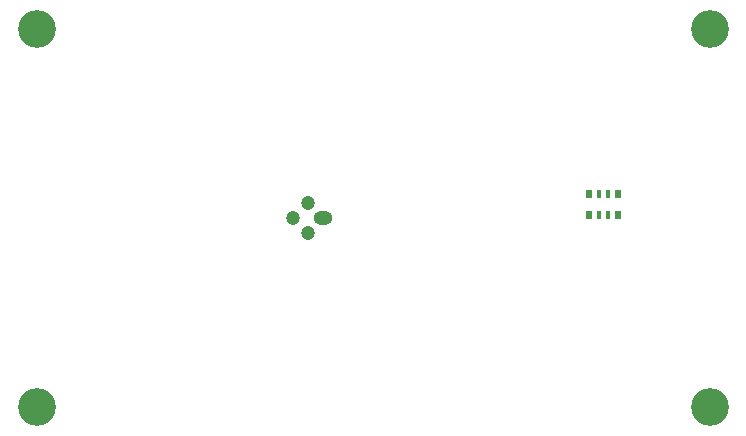
<source format=gbr>
%TF.GenerationSoftware,KiCad,Pcbnew,8.0.5*%
%TF.CreationDate,2024-12-28T23:53:34+01:00*%
%TF.ProjectId,LM399_voltage_reference,4c4d3339-395f-4766-9f6c-746167655f72,rev?*%
%TF.SameCoordinates,Original*%
%TF.FileFunction,Soldermask,Bot*%
%TF.FilePolarity,Negative*%
%FSLAX46Y46*%
G04 Gerber Fmt 4.6, Leading zero omitted, Abs format (unit mm)*
G04 Created by KiCad (PCBNEW 8.0.5) date 2024-12-28 23:53:34*
%MOMM*%
%LPD*%
G01*
G04 APERTURE LIST*
%ADD10O,1.600000X1.200000*%
%ADD11C,1.200000*%
%ADD12C,3.200000*%
%ADD13R,0.500000X0.800000*%
%ADD14R,0.400000X0.800000*%
G04 APERTURE END LIST*
D10*
%TO.C,U1*%
X201270000Y-100000000D03*
D11*
X200000000Y-98730000D03*
X198730000Y-100000000D03*
X200000000Y-101270000D03*
%TD*%
D12*
%TO.C,H4*%
X234000000Y-84000000D03*
%TD*%
%TO.C,H1*%
X177000000Y-84000000D03*
%TD*%
%TO.C,H3*%
X234000000Y-116000000D03*
%TD*%
%TO.C,H2*%
X177000000Y-116000000D03*
%TD*%
D13*
%TO.C,RN1*%
X226202500Y-99800000D03*
D14*
X225402500Y-99800000D03*
X224602500Y-99800000D03*
D13*
X223802500Y-99800000D03*
X223802500Y-98000000D03*
D14*
X224602500Y-98000000D03*
X225402500Y-98000000D03*
D13*
X226202500Y-98000000D03*
%TD*%
M02*

</source>
